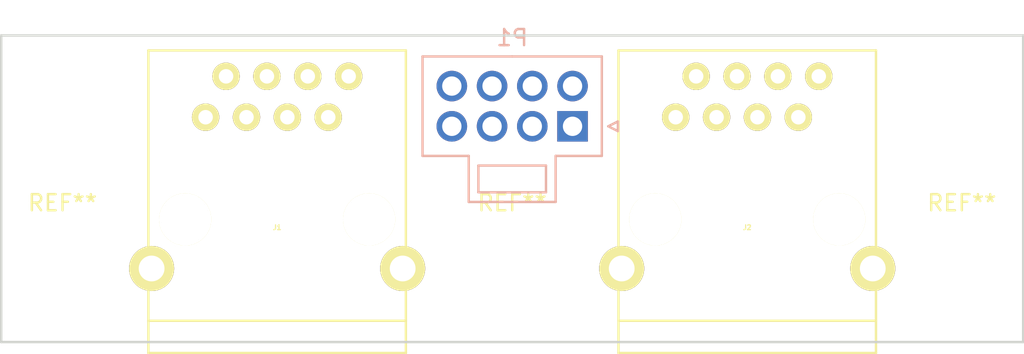
<source format=kicad_pcb>
(kicad_pcb (version 20160815) (host pcbnew "(2016-12-18 revision 3ffa37c)-makepkg")

  (general
    (links 0)
    (no_connects 21)
    (area 0 0 0 0)
    (thickness 1.6)
    (drawings 4)
    (tracks 0)
    (zones 0)
    (modules 6)
    (nets 8)
  )

  (page A4)
  (layers
    (0 F.Cu signal)
    (31 B.Cu signal)
    (32 B.Adhes user)
    (33 F.Adhes user)
    (34 B.Paste user)
    (35 F.Paste user)
    (36 B.SilkS user)
    (37 F.SilkS user)
    (38 B.Mask user)
    (39 F.Mask user)
    (40 Dwgs.User user)
    (41 Cmts.User user)
    (42 Eco1.User user)
    (43 Eco2.User user)
    (44 Edge.Cuts user)
    (45 Margin user)
    (46 B.CrtYd user)
    (47 F.CrtYd user)
    (48 B.Fab user)
    (49 F.Fab user hide)
  )

  (setup
    (last_trace_width 0.1524)
    (trace_clearance 0.1524)
    (zone_clearance 0.508)
    (zone_45_only no)
    (trace_min 0.1524)
    (segment_width 0.2)
    (edge_width 0.15)
    (via_size 0.6858)
    (via_drill 0.3302)
    (via_min_size 0.6858)
    (via_min_drill 0.3302)
    (uvia_size 0.0508)
    (uvia_drill 0.0254)
    (uvias_allowed no)
    (uvia_min_size 0)
    (uvia_min_drill 0)
    (pcb_text_width 0.3)
    (pcb_text_size 1.5 1.5)
    (mod_edge_width 0.15)
    (mod_text_size 1 1)
    (mod_text_width 0.15)
    (pad_size 1.524 1.524)
    (pad_drill 0.762)
    (pad_to_mask_clearance 0.2)
    (aux_axis_origin 0 0)
    (visible_elements 7FFFFFFF)
    (pcbplotparams
      (layerselection 0x00030_ffffffff)
      (usegerberextensions false)
      (excludeedgelayer true)
      (linewidth 0.100000)
      (plotframeref false)
      (viasonmask false)
      (mode 1)
      (useauxorigin false)
      (hpglpennumber 1)
      (hpglpenspeed 20)
      (hpglpendiameter 15)
      (psnegative false)
      (psa4output false)
      (plotreference true)
      (plotvalue true)
      (plotinvisibletext false)
      (padsonsilk false)
      (subtractmaskfromsilk false)
      (outputformat 1)
      (mirror false)
      (drillshape 1)
      (scaleselection 1)
      (outputdirectory ""))
  )

  (net 0 "")
  (net 1 "Net-(J1-Pad9)")
  (net 2 +12V)
  (net 3 /RST1)
  (net 4 /CANL)
  (net 5 /RST0)
  (net 6 /CANH)
  (net 7 "Net-(J2-Pad9)")

  (net_class Default "This is the default net class."
    (clearance 0.1524)
    (trace_width 0.1524)
    (via_dia 0.6858)
    (via_drill 0.3302)
    (uvia_dia 0.0508)
    (uvia_drill 0.0254)
    (diff_pair_gap 0.25)
    (diff_pair_width 0.2)
  )

  (net_class Thicka ""
    (clearance 0.254)
    (trace_width 0.254)
    (via_dia 0.6858)
    (via_drill 0.3302)
    (uvia_dia 0.0508)
    (uvia_drill 0.0254)
    (diff_pair_gap 0.25)
    (diff_pair_width 0.2)
    (add_net +12V)
    (add_net /CANH)
    (add_net /CANL)
    (add_net /RST0)
    (add_net /RST1)
    (add_net "Net-(J1-Pad9)")
    (add_net "Net-(J2-Pad9)")
  )

  (module Mounting_Holes:MountingHole_3.2mm_M3 (layer F.Cu) (tedit 56D1B4CB) (tstamp 58619E81)
    (at 107.315 97.155)
    (descr "Mounting Hole 3.2mm, no annular, M3")
    (tags "mounting hole 3.2mm no annular m3")
    (fp_text reference REF** (at 0 -4.2) (layer F.SilkS)
      (effects (font (size 1 1) (thickness 0.15)))
    )
    (fp_text value MountingHole_3.2mm_M3 (at 0 4.2) (layer F.Fab)
      (effects (font (size 1 1) (thickness 0.15)))
    )
    (fp_circle (center 0 0) (end 3.45 0) (layer F.CrtYd) (width 0.05))
    (fp_circle (center 0 0) (end 3.2 0) (layer Cmts.User) (width 0.15))
    (pad 1 np_thru_hole circle (at 0 0) (size 3.2 3.2) (drill 3.2) (layers *.Cu *.Mask))
  )

  (module Mounting_Holes:MountingHole_3.2mm_M3 (layer F.Cu) (tedit 56D1B4CB) (tstamp 58619E7B)
    (at 163.195 97.155)
    (descr "Mounting Hole 3.2mm, no annular, M3")
    (tags "mounting hole 3.2mm no annular m3")
    (fp_text reference REF** (at 0 -4.2) (layer F.SilkS)
      (effects (font (size 1 1) (thickness 0.15)))
    )
    (fp_text value MountingHole_3.2mm_M3 (at 0 4.2) (layer F.Fab)
      (effects (font (size 1 1) (thickness 0.15)))
    )
    (fp_circle (center 0 0) (end 3.45 0) (layer F.CrtYd) (width 0.05))
    (fp_circle (center 0 0) (end 3.2 0) (layer Cmts.User) (width 0.15))
    (pad 1 np_thru_hole circle (at 0 0) (size 3.2 3.2) (drill 3.2) (layers *.Cu *.Mask))
  )

  (module Mounting_Holes:MountingHole_3.2mm_M3 (layer F.Cu) (tedit 56D1B4CB) (tstamp 585DFD5F)
    (at 135.255 97.155)
    (descr "Mounting Hole 3.2mm, no annular, M3")
    (tags "mounting hole 3.2mm no annular m3")
    (fp_text reference REF** (at 0 -4.2) (layer F.SilkS)
      (effects (font (size 1 1) (thickness 0.15)))
    )
    (fp_text value MountingHole_3.2mm_M3 (at 0 4.2) (layer F.Fab)
      (effects (font (size 1 1) (thickness 0.15)))
    )
    (fp_circle (center 0 0) (end 3.2 0) (layer Cmts.User) (width 0.15))
    (fp_circle (center 0 0) (end 3.45 0) (layer F.CrtYd) (width 0.05))
    (pad 1 np_thru_hole circle (at 0 0) (size 3.2 3.2) (drill 3.2) (layers *.Cu *.Mask))
  )

  (module UNCAMotorsports:8P8C_SHD (layer F.Cu) (tedit 561CC818) (tstamp 585DFB76)
    (at 120.65 93.98)
    (path /5858E74F)
    (fp_text reference J1 (at 0 0.5) (layer F.SilkS)
      (effects (font (size 0.3 0.3) (thickness 0.075)))
    )
    (fp_text value RJ45 (at 0 -0.5) (layer F.Fab)
      (effects (font (size 0.3 0.3) (thickness 0.075)))
    )
    (fp_line (start 8 -10.5) (end -8 -10.5) (layer F.SilkS) (width 0.15))
    (fp_line (start 8 8.3) (end 8 -10.5) (layer F.SilkS) (width 0.15))
    (fp_line (start -8 8.3) (end 8 8.3) (layer F.SilkS) (width 0.15))
    (fp_line (start -8 -10.5) (end -8 8.3) (layer F.SilkS) (width 0.15))
    (fp_line (start -8 6.3) (end 8 6.3) (layer F.SilkS) (width 0.15))
    (pad 9 thru_hole circle (at -7.8 3.05) (size 2.8 2.8) (drill 1.6) (layers *.Cu *.Mask F.SilkS)
      (net 1 "Net-(J1-Pad9)"))
    (pad 9 thru_hole circle (at 7.8 3.05) (size 2.8 2.8) (drill 1.6) (layers *.Cu *.Mask F.SilkS)
      (net 1 "Net-(J1-Pad9)"))
    (pad "" np_thru_hole circle (at 5.715 0) (size 3.25 3.25) (drill 3.25) (layers *.Cu *.Mask F.SilkS))
    (pad "" np_thru_hole circle (at -5.715 0) (size 3.25 3.25) (drill 3.25) (layers *.Cu *.Mask F.SilkS))
    (pad 8 thru_hole circle (at 4.445 -8.89) (size 1.7 1.7) (drill 0.9) (layers *.Cu *.Mask F.SilkS)
      (net 2 +12V))
    (pad 6 thru_hole circle (at 1.905 -8.89) (size 1.7 1.7) (drill 0.9) (layers *.Cu *.Mask F.SilkS)
      (net 2 +12V))
    (pad 4 thru_hole circle (at -0.635 -8.89) (size 1.7 1.7) (drill 0.9) (layers *.Cu *.Mask F.SilkS)
      (net 3 /RST1))
    (pad 2 thru_hole circle (at -3.175 -8.89) (size 1.7 1.7) (drill 0.9) (layers *.Cu *.Mask F.SilkS)
      (net 4 /CANL))
    (pad 7 thru_hole circle (at 3.175 -6.35) (size 1.7 1.7) (drill 0.9) (layers *.Cu *.Mask F.SilkS)
      (net 2 +12V))
    (pad 5 thru_hole circle (at 0.635 -6.35) (size 1.7 1.7) (drill 0.9) (layers *.Cu *.Mask F.SilkS)
      (net 2 +12V))
    (pad 3 thru_hole circle (at -1.905 -6.35) (size 1.7 1.7) (drill 0.9) (layers *.Cu *.Mask F.SilkS)
      (net 5 /RST0))
    (pad 1 thru_hole circle (at -4.445 -6.35) (size 1.7 1.7) (drill 0.9) (layers *.Cu *.Mask F.SilkS)
      (net 6 /CANH))
  )

  (module UNCAMotorsports:8P8C_SHD (layer F.Cu) (tedit 561CC818) (tstamp 585DFB86)
    (at 149.86 93.98)
    (path /5858CA43)
    (fp_text reference J2 (at 0 0.5) (layer F.SilkS)
      (effects (font (size 0.3 0.3) (thickness 0.075)))
    )
    (fp_text value RJ45 (at 0 -0.5) (layer F.Fab)
      (effects (font (size 0.3 0.3) (thickness 0.075)))
    )
    (fp_line (start -8 6.3) (end 8 6.3) (layer F.SilkS) (width 0.15))
    (fp_line (start -8 -10.5) (end -8 8.3) (layer F.SilkS) (width 0.15))
    (fp_line (start -8 8.3) (end 8 8.3) (layer F.SilkS) (width 0.15))
    (fp_line (start 8 8.3) (end 8 -10.5) (layer F.SilkS) (width 0.15))
    (fp_line (start 8 -10.5) (end -8 -10.5) (layer F.SilkS) (width 0.15))
    (pad 1 thru_hole circle (at -4.445 -6.35) (size 1.7 1.7) (drill 0.9) (layers *.Cu *.Mask F.SilkS)
      (net 6 /CANH))
    (pad 3 thru_hole circle (at -1.905 -6.35) (size 1.7 1.7) (drill 0.9) (layers *.Cu *.Mask F.SilkS)
      (net 5 /RST0))
    (pad 5 thru_hole circle (at 0.635 -6.35) (size 1.7 1.7) (drill 0.9) (layers *.Cu *.Mask F.SilkS)
      (net 2 +12V))
    (pad 7 thru_hole circle (at 3.175 -6.35) (size 1.7 1.7) (drill 0.9) (layers *.Cu *.Mask F.SilkS)
      (net 2 +12V))
    (pad 2 thru_hole circle (at -3.175 -8.89) (size 1.7 1.7) (drill 0.9) (layers *.Cu *.Mask F.SilkS)
      (net 4 /CANL))
    (pad 4 thru_hole circle (at -0.635 -8.89) (size 1.7 1.7) (drill 0.9) (layers *.Cu *.Mask F.SilkS)
      (net 3 /RST1))
    (pad 6 thru_hole circle (at 1.905 -8.89) (size 1.7 1.7) (drill 0.9) (layers *.Cu *.Mask F.SilkS)
      (net 2 +12V))
    (pad 8 thru_hole circle (at 4.445 -8.89) (size 1.7 1.7) (drill 0.9) (layers *.Cu *.Mask F.SilkS)
      (net 2 +12V))
    (pad "" np_thru_hole circle (at -5.715 0) (size 3.25 3.25) (drill 3.25) (layers *.Cu *.Mask F.SilkS))
    (pad "" np_thru_hole circle (at 5.715 0) (size 3.25 3.25) (drill 3.25) (layers *.Cu *.Mask F.SilkS))
    (pad 9 thru_hole circle (at 7.8 3.05) (size 2.8 2.8) (drill 1.6) (layers *.Cu *.Mask F.SilkS)
      (net 7 "Net-(J2-Pad9)"))
    (pad 9 thru_hole circle (at -7.8 3.05) (size 2.8 2.8) (drill 1.6) (layers *.Cu *.Mask F.SilkS)
      (net 7 "Net-(J2-Pad9)"))
  )

  (module Connectors_Molex:Molex_NanoFit_2x04x2.50mm_Straight (layer B.Cu) (tedit 5757C2BA) (tstamp 585DFB93)
    (at 139.005 88.195 180)
    (descr "Molex Nano Fit, dual row, top entry, through hole, Datasheet:http://www.molex.com/pdm_docs/sd/1053101208_sd.pdf")
    (tags "connector molex nano-fit 105310-xx08")
    (path /5858EEB3)
    (fp_text reference P1 (at 3.75 5.5 180) (layer B.SilkS)
      (effects (font (size 1 1) (thickness 0.15)) (justify mirror))
    )
    (fp_text value CONN_02X04 (at 3.75 7 180) (layer B.Fab)
      (effects (font (size 1 1) (thickness 0.15)) (justify mirror))
    )
    (fp_line (start -2.82 0.3) (end -2.22 0) (layer B.SilkS) (width 0.15))
    (fp_line (start -2.82 -0.3) (end -2.82 0.3) (layer B.SilkS) (width 0.15))
    (fp_line (start -2.22 0) (end -2.82 -0.3) (layer B.SilkS) (width 0.15))
    (fp_line (start 8.6875 3.6875) (end 6.3125 3.6875) (layer B.Fab) (width 0.05))
    (fp_line (start 8.6875 1.3125) (end 8.6875 3.6875) (layer B.Fab) (width 0.05))
    (fp_line (start 6.3125 1.3125) (end 8.6875 1.3125) (layer B.Fab) (width 0.05))
    (fp_line (start 6.3125 3.6875) (end 6.3125 1.3125) (layer B.Fab) (width 0.05))
    (fp_line (start 8.6875 1.1875) (end 6.3125 1.1875) (layer B.Fab) (width 0.05))
    (fp_line (start 8.6875 -1.1875) (end 8.6875 1.1875) (layer B.Fab) (width 0.05))
    (fp_line (start 6.3125 -1.1875) (end 8.6875 -1.1875) (layer B.Fab) (width 0.05))
    (fp_line (start 6.3125 1.1875) (end 6.3125 -1.1875) (layer B.Fab) (width 0.05))
    (fp_line (start 6.1875 3.6875) (end 3.8125 3.6875) (layer B.Fab) (width 0.05))
    (fp_line (start 6.1875 1.3125) (end 6.1875 3.6875) (layer B.Fab) (width 0.05))
    (fp_line (start 3.8125 1.3125) (end 6.1875 1.3125) (layer B.Fab) (width 0.05))
    (fp_line (start 3.8125 3.6875) (end 3.8125 1.3125) (layer B.Fab) (width 0.05))
    (fp_line (start 6.1875 1.1875) (end 3.8125 1.1875) (layer B.Fab) (width 0.05))
    (fp_line (start 6.1875 -1.1875) (end 6.1875 1.1875) (layer B.Fab) (width 0.05))
    (fp_line (start 3.8125 -1.1875) (end 6.1875 -1.1875) (layer B.Fab) (width 0.05))
    (fp_line (start 3.8125 1.1875) (end 3.8125 -1.1875) (layer B.Fab) (width 0.05))
    (fp_line (start 3.6875 3.6875) (end 1.3125 3.6875) (layer B.Fab) (width 0.05))
    (fp_line (start 3.6875 1.3125) (end 3.6875 3.6875) (layer B.Fab) (width 0.05))
    (fp_line (start 1.3125 1.3125) (end 3.6875 1.3125) (layer B.Fab) (width 0.05))
    (fp_line (start 1.3125 3.6875) (end 1.3125 1.3125) (layer B.Fab) (width 0.05))
    (fp_line (start 3.6875 1.1875) (end 1.3125 1.1875) (layer B.Fab) (width 0.05))
    (fp_line (start 3.6875 -1.1875) (end 3.6875 1.1875) (layer B.Fab) (width 0.05))
    (fp_line (start 1.3125 -1.1875) (end 3.6875 -1.1875) (layer B.Fab) (width 0.05))
    (fp_line (start 1.3125 1.1875) (end 1.3125 -1.1875) (layer B.Fab) (width 0.05))
    (fp_line (start 1.1875 3.6875) (end -1.1875 3.6875) (layer B.Fab) (width 0.05))
    (fp_line (start 1.1875 1.3125) (end 1.1875 3.6875) (layer B.Fab) (width 0.05))
    (fp_line (start -1.1875 1.3125) (end 1.1875 1.3125) (layer B.Fab) (width 0.05))
    (fp_line (start -1.1875 3.6875) (end -1.1875 1.3125) (layer B.Fab) (width 0.05))
    (fp_line (start 1.1875 1.1875) (end -1.1875 1.1875) (layer B.Fab) (width 0.05))
    (fp_line (start 1.1875 -1.1875) (end 1.1875 1.1875) (layer B.Fab) (width 0.05))
    (fp_line (start -1.1875 -1.1875) (end 1.1875 -1.1875) (layer B.Fab) (width 0.05))
    (fp_line (start -1.1875 1.1875) (end -1.1875 -1.1875) (layer B.Fab) (width 0.05))
    (fp_line (start 9.7 4.7) (end -2.2 4.7) (layer B.CrtYd) (width 0.05))
    (fp_line (start 9.7 -2.2) (end 9.7 4.7) (layer B.CrtYd) (width 0.05))
    (fp_line (start 6.8 -2.2) (end 9.7 -2.2) (layer B.CrtYd) (width 0.05))
    (fp_line (start 6.8 -5.05) (end 6.8 -2.2) (layer B.CrtYd) (width 0.05))
    (fp_line (start 0.6 -5.05) (end 6.8 -5.05) (layer B.CrtYd) (width 0.05))
    (fp_line (start 0.6 -2.2) (end 0.6 -5.05) (layer B.CrtYd) (width 0.05))
    (fp_line (start -2.2 -2.2) (end 0.6 -2.2) (layer B.CrtYd) (width 0.05))
    (fp_line (start -2.2 4.7) (end -2.2 -2.2) (layer B.CrtYd) (width 0.05))
    (fp_line (start 5.85 -2.44) (end 1.65 -2.44) (layer B.SilkS) (width 0.15))
    (fp_line (start 5.85 -4.1) (end 5.85 -2.44) (layer B.SilkS) (width 0.15))
    (fp_line (start 1.65 -4.1) (end 5.85 -4.1) (layer B.SilkS) (width 0.15))
    (fp_line (start 1.65 -2.44) (end 1.65 -4.1) (layer B.SilkS) (width 0.15))
    (fp_line (start 6.45 -4.7) (end 3.75 -4.7) (layer B.SilkS) (width 0.15))
    (fp_line (start 6.45 -1.84) (end 6.45 -4.7) (layer B.SilkS) (width 0.15))
    (fp_line (start 9.32 -1.84) (end 6.45 -1.84) (layer B.SilkS) (width 0.15))
    (fp_line (start 9.32 4.34) (end 9.32 -1.84) (layer B.SilkS) (width 0.15))
    (fp_line (start 3.75 4.34) (end 9.32 4.34) (layer B.SilkS) (width 0.15))
    (fp_line (start 1.05 -4.7) (end 3.75 -4.7) (layer B.SilkS) (width 0.15))
    (fp_line (start 1.05 -1.84) (end 1.05 -4.7) (layer B.SilkS) (width 0.15))
    (fp_line (start -1.82 -1.84) (end 1.05 -1.84) (layer B.SilkS) (width 0.15))
    (fp_line (start -1.82 4.34) (end -1.82 -1.84) (layer B.SilkS) (width 0.15))
    (fp_line (start 3.75 4.34) (end -1.82 4.34) (layer B.SilkS) (width 0.15))
    (fp_line (start 9.22 4.24) (end -1.72 4.24) (layer B.Fab) (width 0.05))
    (fp_line (start 9.22 -1.74) (end 9.22 4.24) (layer B.Fab) (width 0.05))
    (fp_line (start -1.72 -1.74) (end 9.22 -1.74) (layer B.Fab) (width 0.05))
    (fp_line (start -1.72 4.24) (end -1.72 -1.74) (layer B.Fab) (width 0.05))
    (pad "" np_thru_hole circle (at 3.75 -1.34 180) (size 1.3 1.3) (drill 1.3) (layers *.Cu))
    (pad 8 thru_hole circle (at 7.5 2.5 180) (size 1.9 1.9) (drill 1.2) (layers *.Cu *.Mask)
      (net 2 +12V))
    (pad 7 thru_hole circle (at 5 2.5 180) (size 1.9 1.9) (drill 1.2) (layers *.Cu *.Mask)
      (net 2 +12V))
    (pad 6 thru_hole circle (at 2.5 2.5 180) (size 1.9 1.9) (drill 1.2) (layers *.Cu *.Mask)
      (net 2 +12V))
    (pad 5 thru_hole circle (at 0 2.5 180) (size 1.9 1.9) (drill 1.2) (layers *.Cu *.Mask)
      (net 2 +12V))
    (pad 4 thru_hole circle (at 7.5 0 180) (size 1.9 1.9) (drill 1.2) (layers *.Cu *.Mask)
      (net 4 /CANL))
    (pad 3 thru_hole circle (at 5 0 180) (size 1.9 1.9) (drill 1.2) (layers *.Cu *.Mask)
      (net 5 /RST0))
    (pad 2 thru_hole circle (at 2.5 0 180) (size 1.9 1.9) (drill 1.2) (layers *.Cu *.Mask)
      (net 3 /RST1))
    (pad 1 thru_hole rect (at 0 0 180) (size 1.9 1.9) (drill 1.2) (layers *.Cu *.Mask)
      (net 6 /CANH))
    (model Connectors_Molex.3dshapes/Molex_NanoFit_2x04x2.50mm_Straight.wrl
      (at (xyz 0 0 0))
      (scale (xyz 1 1 1))
      (rotate (xyz 0 0 0))
    )
  )

  (gr_line (start 103.505 101.6) (end 103.505 82.55) (layer Edge.Cuts) (width 0.15))
  (gr_line (start 167.005 101.6) (end 103.505 101.6) (layer Edge.Cuts) (width 0.15))
  (gr_line (start 167.005 82.55) (end 167.005 101.6) (layer Edge.Cuts) (width 0.15))
  (gr_line (start 103.505 82.55) (end 167.005 82.55) (layer Edge.Cuts) (width 0.15))

)

</source>
